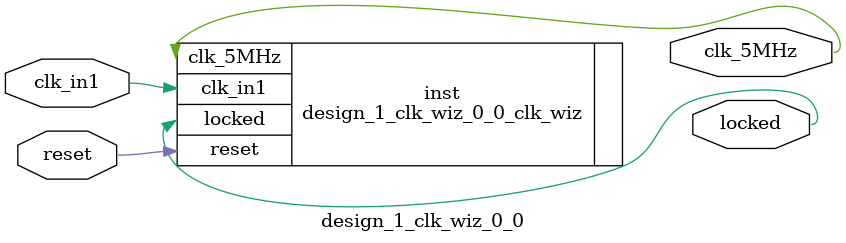
<source format=v>


`timescale 1ps/1ps

(* CORE_GENERATION_INFO = "design_1_clk_wiz_0_0,clk_wiz_v6_0_8_0_0,{component_name=design_1_clk_wiz_0_0,use_phase_alignment=true,use_min_o_jitter=false,use_max_i_jitter=false,use_dyn_phase_shift=false,use_inclk_switchover=false,use_dyn_reconfig=false,enable_axi=0,feedback_source=FDBK_AUTO,PRIMITIVE=MMCM,num_out_clk=1,clkin1_period=20.000,clkin2_period=10.0,use_power_down=false,use_reset=true,use_locked=true,use_inclk_stopped=false,feedback_type=SINGLE,CLOCK_MGR_TYPE=NA,manual_override=false}" *)

module design_1_clk_wiz_0_0 
 (
  // Clock out ports
  output        clk_5MHz,
  // Status and control signals
  input         reset,
  output        locked,
 // Clock in ports
  input         clk_in1
 );

  design_1_clk_wiz_0_0_clk_wiz inst
  (
  // Clock out ports  
  .clk_5MHz(clk_5MHz),
  // Status and control signals               
  .reset(reset), 
  .locked(locked),
 // Clock in ports
  .clk_in1(clk_in1)
  );

endmodule

</source>
